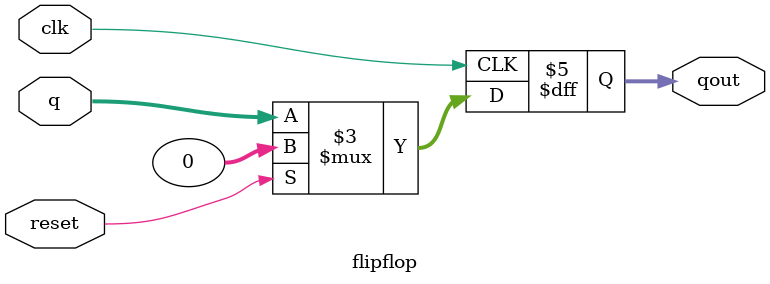
<source format=sv>
module flipflop (
  input wire clk,reset,
  input wire[31:0] q,
  output reg[31:0]qout
);
  always @(posedge clk)
    begin
      if(reset)
        begin
          qout <= 0;
        end
      else
        begin
          qout <= q;
        end
    end
endmodule
      
</source>
